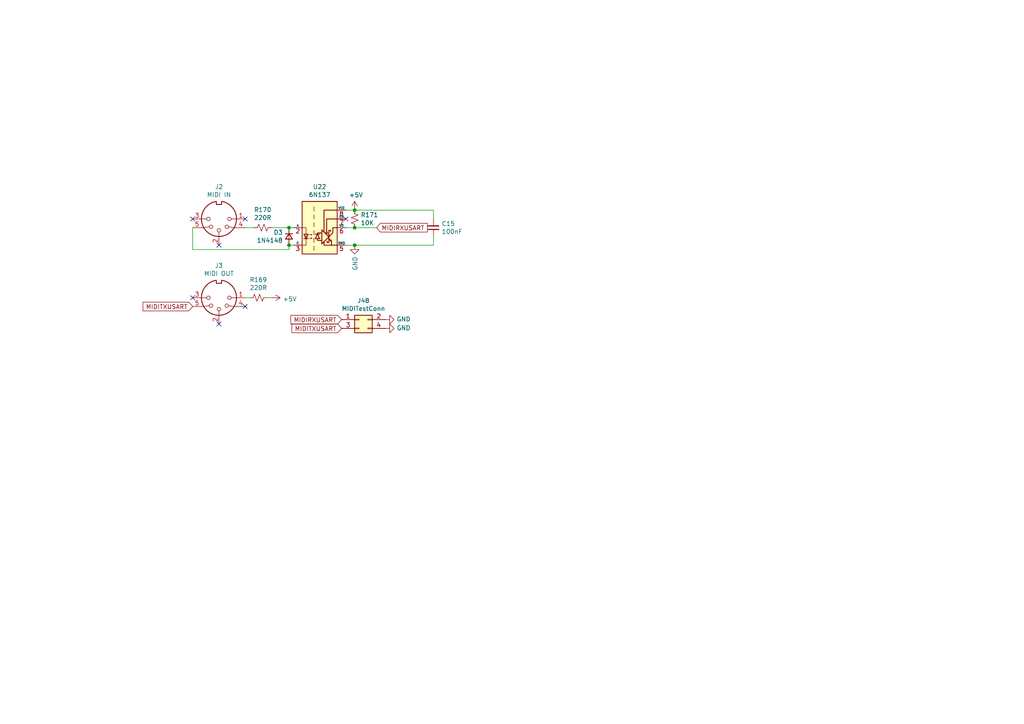
<source format=kicad_sch>
(kicad_sch (version 20210621) (generator eeschema)
  (paper "A4")
  (lib_symbols
    (symbol "Connector:DIN-5_180degree" (pin_names (offset 1.016))
      (property "Reference" "J" (at 3.175 5.715 0))
      (property "Value" "DIN-5_180degree" (at 0 -6.35 0))
      (symbol "DIN-5_180degree_0_1"
        (arc (start 0.762 -5.08) (end 5.08 0) (radius (at -0.0254 -0.0254) (length 5.1054) (angles -81.1 0.3)) (stroke (width 0.254)))
        (arc (start 5.08 0) (end -5.08 0) (radius (at 0 0) (length 5.08) (angles 0.1 179.9)) (stroke (width 0.254)))
        (arc (start -5.08 0) (end -0.762 -5.08) (radius (at 0.0254 -0.0254) (length 5.1054) (angles 179.7 -98.9)) (stroke (width 0.254)))
        (circle (center -3.048 0) (radius 0.508))
        (circle (center -2.286 2.286) (radius 0.508))
        (circle (center 0 3.302) (radius 0.508))
        (circle (center 2.286 2.286) (radius 0.508))
        (circle (center 3.048 0) (radius 0.508))
        (polyline (pts (xy -5.08 0) (xy -3.556 0)))
        (polyline (pts (xy 0 5.08) (xy 0 3.81)))
        (polyline (pts (xy 5.08 0) (xy 3.556 0)))
        (polyline (pts (xy -5.08 2.54) (xy -4.318 2.54) (xy -2.794 2.286)))
        (polyline (pts (xy 5.08 2.54) (xy 4.318 2.54) (xy 2.794 2.286)))
        (polyline (pts (xy -0.762 -4.953) (xy -0.762 -4.191) (xy 0.762 -4.191) (xy 0.762 -4.953)) (stroke (width 0.254)))
      )
      (symbol "DIN-5_180degree_1_1"
        (pin passive line (at -7.62 0 0) (length 2.54) (name "~") (number "1"))
        (pin passive line (at 0 7.62 270) (length 2.54) (name "~") (number "2"))
        (pin passive line (at 7.62 0 180) (length 2.54) (name "~") (number "3"))
        (pin passive line (at -7.62 2.54 0) (length 2.54) (name "~") (number "4"))
        (pin passive line (at 7.62 2.54 180) (length 2.54) (name "~") (number "5"))
      )
    )
    (symbol "Connector_Generic:Conn_02x02_Odd_Even" (pin_names (offset 1.016) hide)
      (property "Reference" "J" (at 1.27 2.54 0))
      (property "Value" "Conn_02x02_Odd_Even" (at 1.27 -5.08 0))
      (symbol "Conn_02x02_Odd_Even_1_1"
        (rectangle (start -1.27 -2.413) (end 0 -2.667) (stroke (width 0.1524)))
        (rectangle (start -1.27 0.127) (end 0 -0.127) (stroke (width 0.1524)))
        (rectangle (start 3.81 -2.413) (end 2.54 -2.667) (stroke (width 0.1524)))
        (rectangle (start 3.81 0.127) (end 2.54 -0.127) (stroke (width 0.1524)))
        (rectangle (start -1.27 1.27) (end 3.81 -3.81) (stroke (width 0.254)) (fill (type background)))
        (pin passive line (at -5.08 0 0) (length 3.81) (name "Pin_1") (number "1"))
        (pin passive line (at 7.62 0 180) (length 3.81) (name "Pin_2") (number "2"))
        (pin passive line (at -5.08 -2.54 0) (length 3.81) (name "Pin_3") (number "3"))
        (pin passive line (at 7.62 -2.54 180) (length 3.81) (name "Pin_4") (number "4"))
      )
    )
    (symbol "Device:C_Small" (pin_numbers hide) (pin_names (offset 0.254) hide)
      (property "Reference" "C" (at 0.254 1.778 0))
      (property "Value" "C_Small" (at 0.254 -2.032 0))
      (symbol "C_Small_0_1"
        (polyline (pts (xy -1.524 -0.508) (xy 1.524 -0.508)) (stroke (width 0.3302)))
        (polyline (pts (xy -1.524 0.508) (xy 1.524 0.508)) (stroke (width 0.3048)))
      )
      (symbol "C_Small_1_1"
        (pin passive line (at 0 2.54 270) (length 2.032) (name "~") (number "1"))
        (pin passive line (at 0 -2.54 90) (length 2.032) (name "~") (number "2"))
      )
    )
    (symbol "Device:D_Small" (pin_numbers hide) (pin_names (offset 0.254) hide)
      (property "Reference" "D" (at -1.27 2.032 0))
      (property "Value" "D_Small" (at -3.81 -2.032 0))
      (symbol "D_Small_0_1"
        (polyline (pts (xy -0.762 -1.016) (xy -0.762 1.016)) (stroke (width 0.254)))
        (polyline (pts (xy -0.762 0) (xy 0.762 0)))
        (polyline (pts (xy 0.762 -1.016) (xy -0.762 0) (xy 0.762 1.016) (xy 0.762 -1.016)) (stroke (width 0.254)))
      )
      (symbol "D_Small_1_1"
        (pin passive line (at -2.54 0 0) (length 1.778) (name "K") (number "1"))
        (pin passive line (at 2.54 0 180) (length 1.778) (name "A") (number "2"))
      )
    )
    (symbol "Device:R_Small_US" (pin_numbers hide) (pin_names (offset 0.254) hide)
      (property "Reference" "R" (at 0.762 0.508 0))
      (property "Value" "R_Small_US" (at 0.762 -1.016 0))
      (symbol "R_Small_US_1_1"
        (polyline (pts (xy 0 0) (xy 1.016 -0.381) (xy 0 -0.762) (xy -1.016 -1.143) (xy 0 -1.524)))
        (polyline (pts (xy 0 1.524) (xy 1.016 1.143) (xy 0 0.762) (xy -1.016 0.381) (xy 0 0)))
        (pin passive line (at 0 2.54 270) (length 1.016) (name "~") (number "1"))
        (pin passive line (at 0 -2.54 90) (length 1.016) (name "~") (number "2"))
      )
    )
    (symbol "Isolator:6N137" (pin_names (offset 0))
      (property "Reference" "U" (at -4.064 8.89 0))
      (property "Value" "6N137" (at 0 -8.89 0))
      (symbol "6N137_0_1"
        (circle (center 2.032 -1.524) (radius 0.254) (stroke (width 0.254)))
        (polyline (pts (xy 2.667 -3.556) (xy 2.667 -1.651)) (stroke (width 0.254)))
        (polyline (pts (xy 2.667 -2.159) (xy 2.667 -2.921)) (stroke (width 0.254)))
        (polyline (pts (xy 3.429 -3.937) (xy 3.429 -5.08)) (stroke (width 0.254)))
        (polyline (pts (xy -0.635 -3.302) (xy -0.635 -3.683) (xy 0.635 -3.683)) (stroke (width 0.254)))
        (polyline (pts (xy -0.635 -1.905) (xy -0.635 -1.524) (xy 0.508 -1.524)) (stroke (width 0.254)))
        (polyline (pts (xy 1.27 -4.064) (xy 1.27 -5.08) (xy 5.08 -5.08)) (stroke (width 0.254)))
        (polyline (pts (xy 1.27 -1.27) (xy 1.27 5.08) (xy 5.08 5.08)) (stroke (width 0.254)))
        (polyline (pts (xy 2.032 -1.27) (xy 2.032 2.54) (xy 5.08 2.54)) (stroke (width 0.254)))
        (polyline (pts (xy -5.08 -5.08) (xy -3.937 -5.08) (xy -3.937 0) (xy -5.08 0)))
        (polyline (pts (xy 2.667 -3.302) (xy 2.667 -4.318) (xy 2.159 -4.318) (xy 2.159 -3.937)) (stroke (width 0.254)))
        (polyline (pts (xy 2.667 -2.667) (xy 0.635 -4.699) (xy 0.635 -0.635) (xy 2.667 -2.667)) (stroke (width 0.254)))
        (polyline (pts (xy 2.667 -1.778) (xy 2.667 -0.762) (xy 3.175 -0.762) (xy 3.175 -1.143)) (stroke (width 0.254)))
        (polyline (pts (xy 2.794 -2.54) (xy 3.81 -1.524) (xy 3.81 0) (xy 5.08 0)) (stroke (width 0.254)))
        (polyline (pts (xy 2.667 -3.175) (xy 3.429 -3.937) (xy 3.302 -3.556) (xy 3.048 -3.81) (xy 3.429 -3.937)) (stroke (width 0.254)))
      )
      (symbol "6N137_1_1"
        (rectangle (start -5.08 7.62) (end 5.08 -7.62) (stroke (width 0.254)) (fill (type background)))
        (polyline (pts (xy -4.572 -3.175) (xy -3.302 -3.175)) (stroke (width 0.254)))
        (polyline (pts (xy -1.651 -5.334) (xy -1.651 -6.604)))
        (polyline (pts (xy -1.651 -3.048) (xy -1.651 -4.318)))
        (polyline (pts (xy -1.651 -0.762) (xy -1.651 -2.032)))
        (polyline (pts (xy -1.651 1.524) (xy -1.651 0.254)))
        (polyline (pts (xy -1.651 3.81) (xy -1.651 2.54)))
        (polyline (pts (xy -1.651 6.096) (xy -1.651 4.826)))
        (polyline (pts (xy -1.27 -1.905) (xy 0 -1.905)) (stroke (width 0.254)))
        (polyline (pts (xy -3.937 -3.175) (xy -4.572 -1.905) (xy -3.302 -1.905) (xy -3.937 -3.175)) (stroke (width 0.254)))
        (polyline (pts (xy -0.635 -1.905) (xy -1.27 -3.175) (xy 0 -3.175) (xy -0.635 -1.905)) (stroke (width 0.254)))
        (polyline (pts (xy -2.921 -3.048) (xy -2.159 -3.048) (xy -2.54 -3.175) (xy -2.54 -2.921) (xy -2.159 -3.048)) (stroke (width 0.127)))
        (polyline (pts (xy -2.921 -2.032) (xy -2.159 -2.032) (xy -2.54 -2.159) (xy -2.54 -1.905) (xy -2.159 -2.032)) (stroke (width 0.127)))
        (pin no_connect line (at -5.08 5.08 0) (length 2.54) hide (name "NC") (number "1"))
        (pin passive line (at -7.62 0 0) (length 2.54) (name "A") (number "2"))
        (pin passive line (at -7.62 -5.08 0) (length 2.54) (name "C") (number "3"))
        (pin power_in line (at 7.62 -5.08 180) (length 2.54) (name "GND") (number "5"))
        (pin open_collector line (at 7.62 0 180) (length 2.54) (name "VO") (number "6"))
        (pin input line (at 7.62 2.54 180) (length 2.54) (name "EN") (number "7"))
        (pin power_in line (at 7.62 5.08 180) (length 2.54) (name "VCC") (number "8"))
      )
    )
    (symbol "power:+5V" (power) (pin_names (offset 0))
      (property "Value" "+5V" (at 0 3.556 0))
      (symbol "+5V_0_1"
        (polyline (pts (xy -0.762 1.27) (xy 0 2.54)))
        (polyline (pts (xy 0 0) (xy 0 2.54)))
        (polyline (pts (xy 0 2.54) (xy 0.762 1.27)))
      )
      (symbol "+5V_1_1"
        (pin power_in line (at 0 0 90) (length 0) hide (name "+5V") (number "1"))
      )
    )
    (symbol "power:GND" (power) (pin_names (offset 0))
      (property "Value" "GND" (at 0 -3.81 0))
      (symbol "GND_0_1"
        (polyline (pts (xy 0 0) (xy 0 -1.27) (xy 1.27 -1.27) (xy 0 -2.54) (xy -1.27 -1.27) (xy 0 -1.27)))
      )
      (symbol "GND_1_1"
        (pin power_in line (at 0 0 270) (length 0) hide (name "GND") (number "1"))
      )
    )
  )
  (junction (at 83.82 66.04))
  (junction (at 83.82 71.12))
  (junction (at 102.87 60.96))
  (junction (at 102.87 66.04))
  (junction (at 102.87 71.12))
  (no_connect (at 55.88 63.5))
  (no_connect (at 55.88 86.36))
  (no_connect (at 63.5 71.12))
  (no_connect (at 63.5 93.98))
  (no_connect (at 71.12 63.5))
  (no_connect (at 71.12 88.9))
  (no_connect (at 100.33 63.5))
  (wire (pts (xy 55.88 66.04) (xy 55.88 72.39)))
  (wire (pts (xy 55.88 72.39) (xy 83.82 72.39)))
  (wire (pts (xy 71.12 66.04) (xy 73.66 66.04)))
  (wire (pts (xy 72.39 86.36) (xy 71.12 86.36)))
  (wire (pts (xy 77.47 86.36) (xy 78.74 86.36)))
  (wire (pts (xy 83.82 66.04) (xy 78.74 66.04)))
  (wire (pts (xy 83.82 71.12) (xy 85.09 71.12)))
  (wire (pts (xy 83.82 72.39) (xy 83.82 71.12)))
  (wire (pts (xy 85.09 66.04) (xy 83.82 66.04)))
  (wire (pts (xy 100.33 60.96) (xy 102.87 60.96)))
  (wire (pts (xy 100.33 66.04) (xy 102.87 66.04)))
  (wire (pts (xy 100.33 71.12) (xy 102.87 71.12)))
  (wire (pts (xy 102.87 60.96) (xy 125.73 60.96)))
  (wire (pts (xy 102.87 66.04) (xy 109.22 66.04)))
  (wire (pts (xy 102.87 71.12) (xy 125.73 71.12)))
  (wire (pts (xy 125.73 60.96) (xy 125.73 63.5)))
  (wire (pts (xy 125.73 71.12) (xy 125.73 68.58)))
  (global_label "MIDITXUSART" (shape input) (at 55.88 88.9 180) (property "Intersheet References" "${INTERSHEET_REFS}" (effects hide)))
  (global_label "MIDIRXUSART" (shape input) (at 99.06 92.71 180) (property "Intersheet References" "${INTERSHEET_REFS}" (effects hide)))
  (global_label "MIDITXUSART" (shape input) (at 99.06 95.25 180) (property "Intersheet References" "${INTERSHEET_REFS}" (effects hide)))
  (global_label "MIDIRXUSART" (shape input) (at 109.22 66.04 0) (property "Intersheet References" "${INTERSHEET_REFS}" (effects hide)))
  (symbol (lib_id "power:+5V") (at 78.74 86.36 270) (unit 1)
    (property "Reference" "#PWR0322" (effects hide))
    (property "Value" "+5V" (at 81.9912 86.741 90) (effects (justify left)))
  )
  (symbol (lib_id "power:+5V") (at 102.87 60.96 0) (unit 1)
    (property "Reference" "#PWR0320" (effects hide))
    (property "Value" "+5V" (at 103.251 56.5658 0))
  )
  (symbol (lib_id "power:GND") (at 102.87 71.12 0) (unit 1)
    (property "Reference" "#PWR0321" (effects hide))
    (property "Value" "GND" (at 102.997 74.3712 90) (effects (justify right)))
  )
  (symbol (lib_id "power:GND") (at 111.76 92.71 90) (unit 1)
    (property "Reference" "#PWR0960" (effects hide))
    (property "Value" "GND" (at 115.0112 92.583 90) (effects (justify right)))
  )
  (symbol (lib_id "power:GND") (at 111.76 95.25 90) (unit 1)
    (property "Reference" "#PWR0961" (effects hide))
    (property "Value" "GND" (at 115.0112 95.123 90) (effects (justify right)))
  )
  (symbol (lib_id "Device:R_Small_US") (at 74.93 86.36 270) (unit 1)
    (property "Reference" "R169" (at 74.93 81.153 90))
    (property "Value" "220R" (at 74.93 83.4644 90))
    (property "Footprint" "Resistor_SMD:R_1206_3216Metric" (effects hide))
    (property "LCSC" "C17957" (effects hide))
  )
  (symbol (lib_id "Device:R_Small_US") (at 76.2 66.04 270) (unit 1)
    (property "Reference" "R170" (at 76.2 60.833 90))
    (property "Value" "220R" (at 76.2 63.1444 90))
    (property "Footprint" "Resistor_SMD:R_1206_3216Metric" (effects hide))
    (property "LCSC" "C17957" (effects hide))
  )
  (symbol (lib_id "Device:R_Small_US") (at 102.87 63.5 0) (unit 1)
    (property "Reference" "R171" (at 104.5972 62.3316 0) (effects (justify left)))
    (property "Value" "10K" (at 104.5972 64.643 0) (effects (justify left)))
    (property "Footprint" "Resistor_SMD:R_0603_1608Metric" (effects hide))
    (property "LCSC" "C25804" (effects hide))
  )
  (symbol (lib_id "Device:D_Small") (at 83.82 68.58 270) (unit 1)
    (property "Reference" "D3" (at 82.042 67.4116 90) (effects (justify right)))
    (property "Value" "1N4148" (at 82.042 69.723 90) (effects (justify right)))
    (property "Footprint" "Diode_SMD:D_SOD-123" (effects hide))
    (property "LCSC" "C81598" (effects hide))
  )
  (symbol (lib_id "Device:C_Small") (at 125.73 66.04 180) (unit 1)
    (property "Reference" "C15" (at 128.0668 64.8716 0) (effects (justify right)))
    (property "Value" "100nF" (at 128.0668 67.183 0) (effects (justify right)))
    (property "Footprint" "Capacitor_SMD:C_0402_1005Metric" (effects hide))
    (property "LCSC" "C1525" (effects hide))
  )
  (symbol (lib_id "Connector_Generic:Conn_02x02_Odd_Even") (at 104.14 92.71 0) (unit 1)
    (property "Reference" "J48" (at 105.41 87.1982 0))
    (property "Value" "MIDITestConn" (at 105.41 89.5096 0))
    (property "Footprint" "Connector_PinHeader_2.54mm:PinHeader_2x02_P2.54mm_Vertical" (effects hide))
  )
  (symbol (lib_id "Connector:DIN-5_180degree") (at 63.5 63.5 180) (unit 1)
    (property "Reference" "J2" (at 63.5 54.1782 0))
    (property "Value" "MIDI IN" (at 63.5 56.4896 0))
    (property "Footprint" "5PINDIN:SWITCHCRAFT_57PC5F" (effects hide))
    (property "Datasheet" "http://www.mouser.com/ds/2/18/40_c091_abd_e-75918.pdf" (effects hide))
  )
  (symbol (lib_id "Connector:DIN-5_180degree") (at 63.5 86.36 180) (unit 1)
    (property "Reference" "J3" (at 63.5 77.0382 0))
    (property "Value" "MIDI OUT" (at 63.5 79.3496 0))
    (property "Footprint" "5PINDIN:SWITCHCRAFT_57PC5F" (effects hide))
    (property "Datasheet" "http://www.mouser.com/ds/2/18/40_c091_abd_e-75918.pdf" (effects hide))
  )
  (symbol (lib_id "Isolator:6N137") (at 92.71 66.04 0) (unit 1)
    (property "Reference" "U22" (at 92.71 54.1782 0))
    (property "Value" "6N137" (at 92.71 56.4896 0))
    (property "Footprint" "Package_DIP:SMDIP-8_W9.53mm" (effects hide))
    (property "Datasheet" "https://docs.broadcom.com/docs/AV02-0940EN" (effects hide))
    (property "LCSC" "C110020" (effects hide))
  )
)
</source>
